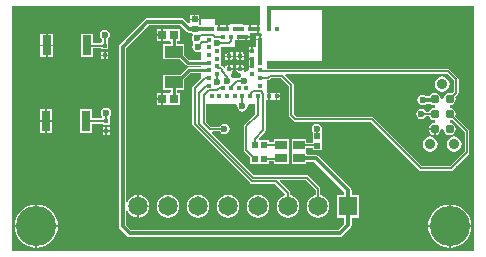
<source format=gtl>
G04*
G04 #@! TF.GenerationSoftware,Altium Limited,Altium Designer,21.6.4 (81)*
G04*
G04 Layer_Physical_Order=1*
G04 Layer_Color=255*
%FSLAX44Y44*%
%MOMM*%
G71*
G04*
G04 #@! TF.SameCoordinates,816F8A91-06EC-47E4-87ED-5788FB9A99D2*
G04*
G04*
G04 #@! TF.FilePolarity,Positive*
G04*
G01*
G75*
%ADD10C,0.2540*%
%ADD12C,0.2000*%
%ADD14R,0.3500X0.3500*%
%ADD15R,0.4200X0.4200*%
%ADD17R,0.5500X0.5200*%
%ADD18R,0.7200X0.7200*%
%ADD19R,0.3500X0.3600*%
%ADD20R,0.5200X0.5500*%
%ADD21R,0.8000X1.7000*%
%ADD22R,1.5500X1.0000*%
%ADD23R,1.0000X0.8000*%
%ADD38C,0.7900*%
%ADD39C,0.1520*%
%ADD40C,0.3600*%
%ADD41C,0.3500*%
%ADD42C,0.9000*%
%ADD43C,1.6500*%
%ADD44R,1.6500X1.6500*%
%ADD45C,3.4000*%
%ADD46C,0.6000*%
G36*
X395922Y4078D02*
X4078Y4078D01*
X4078Y211500D01*
X214200D01*
Y194920D01*
X213242D01*
Y191900D01*
Y188880D01*
X215500D01*
X216100Y187859D01*
Y186020D01*
X215112D01*
Y183000D01*
X214350D01*
Y182238D01*
X211330D01*
Y179980D01*
X211330D01*
Y179520D01*
X211330D01*
Y177349D01*
X210870Y176270D01*
X210060Y176270D01*
X208612D01*
Y173250D01*
X207850D01*
Y172488D01*
X204830D01*
Y171040D01*
X204830Y170230D01*
X204830Y168960D01*
Y167512D01*
X207850D01*
Y165988D01*
X204830D01*
Y164540D01*
X204830Y163730D01*
X204830Y162460D01*
Y161012D01*
X207850D01*
Y159488D01*
X204830D01*
Y158040D01*
X204830Y157230D01*
X203780Y156700D01*
X202400D01*
Y155352D01*
X202120Y155212D01*
X201813Y155274D01*
X200850Y155998D01*
Y157538D01*
X197480D01*
X194110D01*
Y154930D01*
X197032D01*
X198000Y153660D01*
X198000Y151016D01*
X197836Y150906D01*
X197497Y150400D01*
X191238D01*
X190000Y151649D01*
Y154200D01*
X190968Y154930D01*
X191850D01*
Y157538D01*
X188480D01*
Y158300D01*
X187718D01*
Y161670D01*
X185110D01*
Y159308D01*
X183840Y158965D01*
X183594Y159333D01*
X182204Y160724D01*
X181532Y161172D01*
X181120Y161254D01*
Y162460D01*
X181120Y163270D01*
X181120Y163270D01*
Y163730D01*
X181120D01*
X181120Y164540D01*
Y168960D01*
X181120Y169770D01*
X181120Y169770D01*
Y170230D01*
X181120D01*
X181120Y171040D01*
Y176270D01*
X182088Y177000D01*
X193000Y177000D01*
Y181197D01*
X193210Y182380D01*
X194270Y182380D01*
X195468D01*
Y185400D01*
X196992D01*
Y182380D01*
X198440D01*
X199250Y182380D01*
X200520Y182380D01*
X201968D01*
Y185400D01*
X202730D01*
Y186162D01*
X205750D01*
Y188420D01*
X206829Y188880D01*
X209000Y188880D01*
X210270Y188880D01*
X211718D01*
Y191900D01*
Y194920D01*
X210270D01*
X209460Y194920D01*
X208190Y194920D01*
X206742D01*
Y191900D01*
X205218D01*
Y194920D01*
X203059Y194920D01*
X202600Y196000D01*
X202501Y196000D01*
X202501Y196000D01*
X189400D01*
Y194920D01*
X187242D01*
Y191900D01*
X185718D01*
Y194920D01*
X184270D01*
X183460Y194920D01*
X182190Y194920D01*
X180742D01*
Y191900D01*
X179218D01*
Y194920D01*
X176960Y194920D01*
X176700Y196082D01*
Y200500D01*
X164800D01*
Y194979D01*
X163308D01*
X163020Y196130D01*
X163020Y197140D01*
Y199238D01*
X159000D01*
Y200000D01*
D01*
Y199238D01*
X154980D01*
Y197171D01*
X153710Y196644D01*
X150177Y200177D01*
X149178Y200845D01*
X148000Y201079D01*
X119000D01*
X117822Y200845D01*
X116823Y200177D01*
X95823Y179177D01*
X95155Y178178D01*
X94921Y177000D01*
Y25000D01*
X95155Y23822D01*
X95823Y22823D01*
X101823Y16823D01*
X101823Y16823D01*
X102822Y16155D01*
X104000Y15921D01*
X104000Y15921D01*
X282000D01*
X283178Y16155D01*
X284177Y16823D01*
X291077Y23723D01*
X291745Y24722D01*
X291979Y25900D01*
X291979Y25900D01*
Y32180D01*
X298420D01*
Y51220D01*
X291979D01*
Y55270D01*
X291745Y56448D01*
X291077Y57447D01*
X291077Y57447D01*
X263847Y84677D01*
X262848Y85345D01*
X261670Y85579D01*
X254668D01*
X253770Y86477D01*
X253770Y87770D01*
X253770Y89040D01*
Y91430D01*
X258980D01*
Y89130D01*
X267020D01*
Y95860D01*
X267020Y96870D01*
X267020Y98140D01*
Y104870D01*
X267020Y104870D01*
X266583Y106140D01*
X266854Y107500D01*
X266522Y109166D01*
X265578Y110578D01*
X264166Y111522D01*
X262500Y111854D01*
X260834Y111522D01*
X259422Y110578D01*
X258478Y109166D01*
X258146Y107500D01*
X258478Y105834D01*
X258580Y105681D01*
X258980Y104870D01*
Y98140D01*
X258980Y97130D01*
Y96468D01*
X258082Y95570D01*
X253770D01*
Y98770D01*
X241230D01*
Y89040D01*
X241230Y88230D01*
X241230Y86960D01*
Y77230D01*
X253770D01*
Y79421D01*
X260395D01*
X285821Y53995D01*
Y51220D01*
X279380D01*
Y32180D01*
X285821D01*
Y27175D01*
X280725Y22079D01*
X105275D01*
X101079Y26275D01*
Y37697D01*
X102349Y37950D01*
X102784Y36899D01*
X104310Y34910D01*
X106299Y33384D01*
X108615Y32425D01*
X110338Y32198D01*
Y41700D01*
Y51202D01*
X108615Y50975D01*
X106299Y50016D01*
X104310Y48490D01*
X102784Y46501D01*
X102349Y45451D01*
X101079Y45703D01*
Y175725D01*
X120275Y194921D01*
X146725D01*
X151823Y189823D01*
X151823Y189823D01*
X152822Y189155D01*
X154000Y188921D01*
X154980Y188165D01*
Y188130D01*
X156941D01*
X157457Y186860D01*
X156760Y185816D01*
X156428Y184150D01*
X156760Y182484D01*
X157704Y181071D01*
X157933Y180918D01*
X158083Y179290D01*
X157522Y178450D01*
X157190Y176784D01*
X157522Y175118D01*
X158465Y173706D01*
X159878Y172762D01*
X161544Y172430D01*
X163210Y172762D01*
X163530Y172976D01*
X164800Y172297D01*
Y166090D01*
X154423D01*
X150270Y170243D01*
Y179120D01*
X143840D01*
Y181980D01*
X146720D01*
Y191720D01*
X137790D01*
X136980Y191720D01*
X135710Y191720D01*
X132412D01*
Y186850D01*
Y181980D01*
X135710D01*
X136520Y181980D01*
X137762Y181980D01*
X138660Y181082D01*
Y179120D01*
X132230D01*
Y166580D01*
X146608D01*
X151519Y161669D01*
X152359Y161107D01*
X153350Y160910D01*
X164800D01*
Y159590D01*
X154150D01*
X153159Y159393D01*
X152319Y158831D01*
X146608Y153120D01*
X132230D01*
Y140580D01*
X138660D01*
Y138618D01*
X137762Y137720D01*
X136980D01*
X135710Y137720D01*
X132412D01*
Y132850D01*
Y127980D01*
X135710D01*
X136520Y127980D01*
X137790Y127980D01*
X146720D01*
Y137720D01*
X143840D01*
Y140580D01*
X150270D01*
Y149458D01*
X155223Y154410D01*
X164800D01*
Y150727D01*
X157536Y143463D01*
X157088Y142792D01*
X156930Y142000D01*
Y111764D01*
X157088Y110972D01*
X157536Y110301D01*
X206301Y61536D01*
X206972Y61088D01*
X207764Y60930D01*
X227143D01*
X235809Y52264D01*
X235667Y50982D01*
X235615Y50975D01*
X233299Y50016D01*
X231310Y48490D01*
X229784Y46501D01*
X228825Y44185D01*
X228498Y41700D01*
X228825Y39215D01*
X229784Y36899D01*
X231310Y34910D01*
X233299Y33384D01*
X235615Y32425D01*
X238100Y32098D01*
X240585Y32425D01*
X242901Y33384D01*
X244890Y34910D01*
X246416Y36899D01*
X247375Y39215D01*
X247702Y41700D01*
X247375Y44185D01*
X246416Y46501D01*
X244890Y48490D01*
X242901Y50016D01*
X240585Y50975D01*
X240070Y51043D01*
Y53000D01*
X239912Y53792D01*
X239464Y54464D01*
X231130Y62797D01*
X231616Y63970D01*
X253103D01*
X261430Y55643D01*
Y51030D01*
X261015Y50975D01*
X258699Y50016D01*
X256710Y48490D01*
X255184Y46501D01*
X254225Y44185D01*
X253898Y41700D01*
X254225Y39215D01*
X255184Y36899D01*
X256710Y34910D01*
X258699Y33384D01*
X261015Y32425D01*
X263500Y32098D01*
X265985Y32425D01*
X268301Y33384D01*
X270290Y34910D01*
X271816Y36899D01*
X272775Y39215D01*
X273102Y41700D01*
X272775Y44185D01*
X271816Y46501D01*
X270290Y48490D01*
X268301Y50016D01*
X265985Y50975D01*
X265570Y51030D01*
Y56500D01*
X265412Y57292D01*
X264964Y57964D01*
X255424Y67504D01*
X254752Y67952D01*
X253960Y68110D01*
X209645D01*
X173748Y104007D01*
X174234Y105180D01*
X180497D01*
X181171Y104171D01*
X182584Y103228D01*
X184250Y102896D01*
X185916Y103228D01*
X187328Y104171D01*
X188272Y105584D01*
X188604Y107250D01*
X188272Y108916D01*
X187328Y110329D01*
X185916Y111272D01*
X184250Y111604D01*
X182584Y111272D01*
X181171Y110329D01*
X180497Y109320D01*
X173007D01*
X169070Y113257D01*
Y128300D01*
X194251D01*
X195266Y127030D01*
X195126Y126328D01*
X195458Y124662D01*
X196402Y123250D01*
X197814Y122306D01*
X199480Y121974D01*
X201146Y122306D01*
X202558Y123250D01*
X203502Y124662D01*
X203834Y126328D01*
X203694Y127030D01*
X204709Y128300D01*
X210410D01*
Y119865D01*
X201483Y110938D01*
X201034Y110266D01*
X200876Y109474D01*
Y89204D01*
X201034Y88412D01*
X201483Y87740D01*
X206130Y83093D01*
Y77980D01*
X212860D01*
X213870Y77980D01*
X215140Y77980D01*
X221870D01*
Y79930D01*
X226230D01*
Y77230D01*
X238770D01*
Y86960D01*
X238770Y87770D01*
X238770Y89040D01*
Y98770D01*
X226230D01*
Y96070D01*
X221870D01*
Y98020D01*
X213741Y98020D01*
X213215Y99290D01*
X218463Y104538D01*
X218912Y105210D01*
X219070Y106002D01*
Y132080D01*
X221138D01*
Y135100D01*
Y138120D01*
X220196D01*
X220123Y138240D01*
X220100Y139500D01*
X220100D01*
Y148430D01*
X220858D01*
X221650Y148588D01*
X222321Y149036D01*
X223361Y150076D01*
X232569D01*
X238976Y143669D01*
Y118872D01*
X239134Y118080D01*
X239583Y117409D01*
X242885Y114107D01*
X243556Y113658D01*
X244348Y113500D01*
X308007D01*
X349057Y72450D01*
X349728Y72002D01*
X350520Y71844D01*
X376174D01*
X376966Y72002D01*
X377637Y72450D01*
X391100Y85913D01*
X391548Y86584D01*
X391706Y87376D01*
Y105314D01*
X391548Y106106D01*
X391100Y106778D01*
X379925Y117952D01*
X380322Y119950D01*
X379917Y121987D01*
X378763Y123713D01*
X377037Y124867D01*
X375000Y125272D01*
Y127328D01*
X377037Y127733D01*
X378763Y128887D01*
X379917Y130613D01*
X380322Y132650D01*
X379925Y134648D01*
X381955Y136678D01*
X382404Y137350D01*
X382562Y138142D01*
Y149352D01*
X382404Y150144D01*
X381955Y150815D01*
X375308Y157464D01*
X374636Y157912D01*
X373844Y158070D01*
X220100D01*
Y165000D01*
X267300D01*
Y208000D01*
X223700D01*
Y195200D01*
Y194920D01*
X222662D01*
Y191900D01*
X221138D01*
Y194920D01*
X220100D01*
Y195200D01*
Y211500D01*
X395922D01*
X395922Y4078D01*
D02*
G37*
G36*
X378422Y148495D02*
Y138999D01*
X376998Y137575D01*
X375000Y137972D01*
X372963Y137567D01*
X371237Y136413D01*
X370083Y134687D01*
X369698Y132750D01*
X367602D01*
X367217Y134687D01*
X366063Y136413D01*
X364337Y137567D01*
X362300Y137972D01*
X360263Y137567D01*
X358537Y136413D01*
X357529Y134905D01*
X355121D01*
X353710Y135848D01*
X352044Y136180D01*
X350378Y135848D01*
X348965Y134904D01*
X348022Y133492D01*
X347690Y131826D01*
X348022Y130160D01*
X348965Y128748D01*
X350378Y127804D01*
X352044Y127472D01*
X353710Y127804D01*
X355121Y128747D01*
X358746D01*
X360263Y127733D01*
X362300Y127328D01*
Y125272D01*
X360263Y124867D01*
X358537Y123713D01*
X357422Y122045D01*
X354769D01*
X354078Y123078D01*
X352666Y124022D01*
X351000Y124354D01*
X349334Y124022D01*
X347921Y123078D01*
X346978Y121666D01*
X346646Y120000D01*
X346978Y118334D01*
X347921Y116922D01*
X349334Y115978D01*
X351000Y115646D01*
X352666Y115978D01*
X354078Y116922D01*
X354736Y117905D01*
X357388D01*
X358537Y116187D01*
X360263Y115033D01*
X362300Y114628D01*
Y112572D01*
X360263Y112167D01*
X358537Y111013D01*
X357383Y109287D01*
X357129Y108012D01*
X362300D01*
Y107250D01*
X363062D01*
Y102079D01*
X364337Y102333D01*
X366063Y103487D01*
X367217Y105213D01*
X367622Y107250D01*
X369678D01*
X370083Y105213D01*
X371237Y103487D01*
X372963Y102333D01*
X375000Y101928D01*
X377037Y102333D01*
X378763Y103487D01*
X379917Y105213D01*
X380322Y107250D01*
X379917Y109287D01*
X378763Y111013D01*
X377037Y112167D01*
X375000Y112572D01*
Y114628D01*
X376998Y115025D01*
X387566Y104457D01*
Y88233D01*
X375317Y75984D01*
X351377D01*
X310327Y117034D01*
X309656Y117482D01*
X308864Y117640D01*
X245205D01*
X243116Y119729D01*
Y144526D01*
X242958Y145318D01*
X242509Y145990D01*
X235839Y152660D01*
X236365Y153930D01*
X372987D01*
X378422Y148495D01*
D02*
G37*
%LPC*%
G36*
X163020Y203870D02*
X159762D01*
Y200762D01*
X163020D01*
Y203870D01*
D02*
G37*
G36*
X158238D02*
X154980D01*
Y200762D01*
X158238D01*
Y203870D01*
D02*
G37*
G36*
X130888Y191720D02*
X126780D01*
Y187612D01*
X130888D01*
Y191720D01*
D02*
G37*
G36*
X213588Y186020D02*
X211330D01*
Y183762D01*
X213588D01*
Y186020D01*
D02*
G37*
G36*
X205750Y184638D02*
X203492D01*
Y182380D01*
X205750D01*
Y184638D01*
D02*
G37*
G36*
X130888Y186088D02*
X126780D01*
Y181980D01*
X130888D01*
Y186088D01*
D02*
G37*
G36*
X83000Y191354D02*
X81334Y191022D01*
X79921Y190079D01*
X78978Y188666D01*
X78646Y187000D01*
X78978Y185334D01*
X79921Y183922D01*
X80686Y183411D01*
Y181020D01*
X79980D01*
Y180264D01*
X73020D01*
Y187770D01*
X62480D01*
Y168230D01*
X73020D01*
Y175636D01*
X79980D01*
Y174880D01*
X86020D01*
Y181020D01*
X85314D01*
Y183411D01*
X86079Y183922D01*
X87022Y185334D01*
X87354Y187000D01*
X87022Y188666D01*
X86079Y190079D01*
X84666Y191022D01*
X83000Y191354D01*
D02*
G37*
G36*
X39020Y187770D02*
X34512D01*
Y178762D01*
X39020D01*
Y187770D01*
D02*
G37*
G36*
X32988D02*
X28480D01*
Y178762D01*
X32988D01*
Y187770D01*
D02*
G37*
G36*
X207088Y176270D02*
X204830D01*
Y174012D01*
X207088D01*
Y176270D01*
D02*
G37*
G36*
X86020Y172620D02*
X83762D01*
Y170312D01*
X86020D01*
Y172620D01*
D02*
G37*
G36*
X82238D02*
X79980D01*
Y170312D01*
X82238D01*
Y172620D01*
D02*
G37*
G36*
X200850Y172070D02*
X198242D01*
Y169462D01*
X200850D01*
Y172070D01*
D02*
G37*
G36*
X196718D02*
X194110D01*
Y169462D01*
X196718D01*
Y172070D01*
D02*
G37*
G36*
X191850D02*
X189242D01*
Y169462D01*
X191850D01*
Y172070D01*
D02*
G37*
G36*
X187718D02*
X185110D01*
Y169462D01*
X187718D01*
Y172070D01*
D02*
G37*
G36*
X39020Y177238D02*
X34512D01*
Y168230D01*
X39020D01*
Y177238D01*
D02*
G37*
G36*
X32988D02*
X28480D01*
Y168230D01*
X32988D01*
Y177238D01*
D02*
G37*
G36*
X86020Y168788D02*
X83762D01*
Y166480D01*
X86020D01*
Y168788D01*
D02*
G37*
G36*
X82238D02*
X79980D01*
Y166480D01*
X82238D01*
Y168788D01*
D02*
G37*
G36*
X200850Y167938D02*
X198242D01*
Y165330D01*
X200850D01*
Y167938D01*
D02*
G37*
G36*
X196718D02*
X194110D01*
Y165330D01*
X196718D01*
Y167938D01*
D02*
G37*
G36*
X191850Y167938D02*
X189242D01*
Y165330D01*
X191850D01*
Y167938D01*
D02*
G37*
G36*
X187718D02*
X185110D01*
Y165330D01*
X187718D01*
Y167938D01*
D02*
G37*
G36*
X200850Y161670D02*
X198242D01*
Y159062D01*
X200850D01*
Y161670D01*
D02*
G37*
G36*
X196718D02*
X194110D01*
Y159062D01*
X196718D01*
Y161670D01*
D02*
G37*
G36*
X191850D02*
X189242D01*
Y159062D01*
X191850D01*
Y161670D01*
D02*
G37*
G36*
X229162Y138120D02*
Y135862D01*
X231420D01*
Y138120D01*
X229162D01*
D02*
G37*
G36*
X130888Y137720D02*
X126780D01*
Y133612D01*
X130888D01*
Y137720D01*
D02*
G37*
G36*
X231420Y134338D02*
X229162D01*
Y132080D01*
X231420D01*
Y134338D01*
D02*
G37*
G36*
X225380Y138120D02*
X224110Y138120D01*
X222662D01*
Y135100D01*
Y132080D01*
X224110D01*
X224920Y132080D01*
X226190Y132080D01*
X227638D01*
Y135100D01*
Y138120D01*
X226190D01*
X225380Y138120D01*
D02*
G37*
G36*
X130888Y132088D02*
X126780D01*
Y127980D01*
X130888D01*
Y132088D01*
D02*
G37*
G36*
X84000Y125354D02*
X82334Y125022D01*
X80921Y124079D01*
X79978Y122666D01*
X79646Y121000D01*
X79978Y119334D01*
X80795Y118110D01*
X81025Y117535D01*
X80370Y116341D01*
X80273Y116264D01*
X72520D01*
Y123770D01*
X61980D01*
Y104230D01*
X72520D01*
Y111636D01*
X81230D01*
Y110880D01*
X87270D01*
Y117020D01*
X87270Y117020D01*
X87313Y118272D01*
X88022Y119334D01*
X88354Y121000D01*
X88022Y122666D01*
X87079Y124079D01*
X85666Y125022D01*
X84000Y125354D01*
D02*
G37*
G36*
X38520Y123770D02*
X34012D01*
Y114762D01*
X38520D01*
Y123770D01*
D02*
G37*
G36*
X32488D02*
X27980D01*
Y114762D01*
X32488D01*
Y123770D01*
D02*
G37*
G36*
X87270Y108620D02*
X85012D01*
Y106312D01*
X87270D01*
Y108620D01*
D02*
G37*
G36*
X83488D02*
X81230D01*
Y106312D01*
X83488D01*
Y108620D01*
D02*
G37*
G36*
X38520Y113238D02*
X34012D01*
Y104230D01*
X38520D01*
Y113238D01*
D02*
G37*
G36*
X32488D02*
X27980D01*
Y104230D01*
X32488D01*
Y113238D01*
D02*
G37*
G36*
X87270Y104788D02*
X85012D01*
Y102480D01*
X87270D01*
Y104788D01*
D02*
G37*
G36*
X83488D02*
X81230D01*
Y102480D01*
X83488D01*
Y104788D01*
D02*
G37*
G36*
X111862Y51202D02*
Y42462D01*
X120602D01*
X120375Y44185D01*
X119416Y46501D01*
X117890Y48490D01*
X115901Y50016D01*
X113585Y50975D01*
X111862Y51202D01*
D02*
G37*
G36*
X120602Y40938D02*
X111862D01*
Y32198D01*
X113585Y32425D01*
X115901Y33384D01*
X117890Y34910D01*
X119416Y36899D01*
X120375Y39215D01*
X120602Y40938D01*
D02*
G37*
G36*
X212700Y51302D02*
X210215Y50975D01*
X207899Y50016D01*
X205910Y48490D01*
X204384Y46501D01*
X203425Y44185D01*
X203098Y41700D01*
X203425Y39215D01*
X204384Y36899D01*
X205910Y34910D01*
X207899Y33384D01*
X210215Y32425D01*
X212700Y32098D01*
X215185Y32425D01*
X217501Y33384D01*
X219490Y34910D01*
X221016Y36899D01*
X221975Y39215D01*
X222302Y41700D01*
X221975Y44185D01*
X221016Y46501D01*
X219490Y48490D01*
X217501Y50016D01*
X215185Y50975D01*
X212700Y51302D01*
D02*
G37*
G36*
X187300D02*
X184815Y50975D01*
X182499Y50016D01*
X180510Y48490D01*
X178984Y46501D01*
X178025Y44185D01*
X177698Y41700D01*
X178025Y39215D01*
X178984Y36899D01*
X180510Y34910D01*
X182499Y33384D01*
X184815Y32425D01*
X187300Y32098D01*
X189785Y32425D01*
X192101Y33384D01*
X194090Y34910D01*
X195616Y36899D01*
X196575Y39215D01*
X196902Y41700D01*
X196575Y44185D01*
X195616Y46501D01*
X194090Y48490D01*
X192101Y50016D01*
X189785Y50975D01*
X187300Y51302D01*
D02*
G37*
G36*
X161900D02*
X159415Y50975D01*
X157099Y50016D01*
X155110Y48490D01*
X153584Y46501D01*
X152625Y44185D01*
X152298Y41700D01*
X152625Y39215D01*
X153584Y36899D01*
X155110Y34910D01*
X157099Y33384D01*
X159415Y32425D01*
X161900Y32098D01*
X164385Y32425D01*
X166701Y33384D01*
X168690Y34910D01*
X170216Y36899D01*
X171175Y39215D01*
X171502Y41700D01*
X171175Y44185D01*
X170216Y46501D01*
X168690Y48490D01*
X166701Y50016D01*
X164385Y50975D01*
X161900Y51302D01*
D02*
G37*
G36*
X136500D02*
X134015Y50975D01*
X131699Y50016D01*
X129710Y48490D01*
X128184Y46501D01*
X127225Y44185D01*
X126898Y41700D01*
X127225Y39215D01*
X128184Y36899D01*
X129710Y34910D01*
X131699Y33384D01*
X134015Y32425D01*
X136500Y32098D01*
X138985Y32425D01*
X141301Y33384D01*
X143290Y34910D01*
X144816Y36899D01*
X145775Y39215D01*
X146102Y41700D01*
X145775Y44185D01*
X144816Y46501D01*
X143290Y48490D01*
X141301Y50016D01*
X138985Y50975D01*
X136500Y51302D01*
D02*
G37*
G36*
X375762Y43283D02*
Y25762D01*
X393283D01*
X393006Y28582D01*
X391961Y32025D01*
X390264Y35199D01*
X387981Y37981D01*
X385199Y40264D01*
X382025Y41961D01*
X378582Y43006D01*
X375762Y43283D01*
D02*
G37*
G36*
X374238D02*
X371418Y43006D01*
X367975Y41961D01*
X364801Y40264D01*
X362019Y37981D01*
X359736Y35199D01*
X358039Y32025D01*
X356994Y28582D01*
X356717Y25762D01*
X374238D01*
Y43283D01*
D02*
G37*
G36*
X25762D02*
Y25762D01*
X43283D01*
X43006Y28582D01*
X41961Y32025D01*
X40264Y35199D01*
X37981Y37981D01*
X35199Y40264D01*
X32025Y41961D01*
X28582Y43006D01*
X25762Y43283D01*
D02*
G37*
G36*
X24238D02*
X21418Y43006D01*
X17975Y41961D01*
X14801Y40264D01*
X12019Y37981D01*
X9736Y35199D01*
X8039Y32025D01*
X6994Y28582D01*
X6717Y25762D01*
X24238D01*
Y43283D01*
D02*
G37*
G36*
X393283Y24238D02*
X375762D01*
Y6717D01*
X378582Y6994D01*
X382025Y8039D01*
X385199Y9736D01*
X387981Y12019D01*
X390264Y14801D01*
X391961Y17975D01*
X393006Y21418D01*
X393283Y24238D01*
D02*
G37*
G36*
X374238D02*
X356717D01*
X356994Y21418D01*
X358039Y17975D01*
X359736Y14801D01*
X362019Y12019D01*
X364801Y9736D01*
X367975Y8039D01*
X371418Y6994D01*
X374238Y6717D01*
Y24238D01*
D02*
G37*
G36*
X43283D02*
X25762D01*
Y6717D01*
X28582Y6994D01*
X32025Y8039D01*
X35199Y9736D01*
X37981Y12019D01*
X40264Y14801D01*
X41961Y17975D01*
X43006Y21418D01*
X43283Y24238D01*
D02*
G37*
G36*
X24238D02*
X6717D01*
X6994Y21418D01*
X8039Y17975D01*
X9736Y14801D01*
X12019Y12019D01*
X14801Y9736D01*
X17975Y8039D01*
X21418Y6994D01*
X24238Y6717D01*
Y24238D01*
D02*
G37*
G36*
X368650Y151717D02*
X366213Y151233D01*
X364148Y149852D01*
X362767Y147787D01*
X362283Y145350D01*
X362767Y142913D01*
X364148Y140848D01*
X366213Y139467D01*
X368650Y138983D01*
X371087Y139467D01*
X373152Y140848D01*
X374533Y142913D01*
X375017Y145350D01*
X374533Y147787D01*
X373152Y149852D01*
X371087Y151233D01*
X368650Y151717D01*
D02*
G37*
G36*
X361538Y106488D02*
X357129D01*
X357383Y105213D01*
X358537Y103487D01*
X360263Y102333D01*
X361538Y102079D01*
Y106488D01*
D02*
G37*
G36*
X378810Y100917D02*
X376373Y100433D01*
X374308Y99052D01*
X372927Y96987D01*
X372443Y94550D01*
X372927Y92113D01*
X374308Y90048D01*
X376373Y88667D01*
X378810Y88183D01*
X381247Y88667D01*
X383312Y90048D01*
X384693Y92113D01*
X385177Y94550D01*
X384693Y96987D01*
X383312Y99052D01*
X381247Y100433D01*
X378810Y100917D01*
D02*
G37*
G36*
X358490D02*
X356053Y100433D01*
X353988Y99052D01*
X352607Y96987D01*
X352123Y94550D01*
X352607Y92113D01*
X353988Y90048D01*
X356053Y88667D01*
X358490Y88183D01*
X360927Y88667D01*
X362992Y90048D01*
X364373Y92113D01*
X364857Y94550D01*
X364373Y96987D01*
X362992Y99052D01*
X360927Y100433D01*
X358490Y100917D01*
D02*
G37*
%LPD*%
D10*
X154150Y157000D02*
X171600D01*
X141250Y146850D02*
X144000D01*
X154150Y157000D01*
X153350Y163500D02*
X171600D01*
X141250Y172850D02*
X144000D01*
X153350Y163500D01*
X263000Y93000D02*
X263125Y92875D01*
X218000Y94000D02*
X218000Y94000D01*
X141250Y132850D02*
Y146850D01*
Y172850D02*
Y186850D01*
D12*
X83000Y177950D02*
Y187000D01*
X83000Y187000D01*
X83000Y177950D02*
X83000Y177950D01*
X84000Y114200D02*
X84250Y113950D01*
X84000Y114200D02*
Y121000D01*
X67250Y114000D02*
X67300Y113950D01*
X84250D01*
X67800Y177950D02*
X82950D01*
D14*
X228400Y191900D02*
D03*
X221900D02*
D03*
X212480D02*
D03*
X205980D02*
D03*
X199480D02*
D03*
X192980D02*
D03*
X186480D02*
D03*
X179980D02*
D03*
X173480D02*
D03*
X202730Y185400D02*
D03*
X196230D02*
D03*
X189730D02*
D03*
X183230D02*
D03*
X171600Y183000D02*
D03*
Y176500D02*
D03*
Y163500D02*
D03*
Y157000D02*
D03*
Y144000D02*
D03*
X178100Y173250D02*
D03*
Y160250D02*
D03*
Y153750D02*
D03*
X173480Y135100D02*
D03*
X179980D02*
D03*
X186480D02*
D03*
X192980D02*
D03*
X199480D02*
D03*
X205980D02*
D03*
X212480D02*
D03*
X221900D02*
D03*
X228400D02*
D03*
X183230Y141600D02*
D03*
X189730D02*
D03*
X196230D02*
D03*
X202730D02*
D03*
X214350Y144000D02*
D03*
Y150500D02*
D03*
Y157000D02*
D03*
Y163500D02*
D03*
Y170000D02*
D03*
Y176500D02*
D03*
Y183000D02*
D03*
X207850Y160250D02*
D03*
Y173250D02*
D03*
X171600Y170000D02*
D03*
Y150500D02*
D03*
X178100Y166750D02*
D03*
X207850Y153750D02*
D03*
Y166750D02*
D03*
D15*
X197480Y168700D02*
D03*
X188480D02*
D03*
Y158300D02*
D03*
X197480D02*
D03*
D17*
X159000Y200000D02*
D03*
Y192000D02*
D03*
X263000Y93000D02*
D03*
Y101000D02*
D03*
D18*
X131650Y132850D02*
D03*
X141850D02*
D03*
Y186850D02*
D03*
X131650D02*
D03*
D19*
X83000Y177950D02*
D03*
Y169550D02*
D03*
X84250Y105550D02*
D03*
Y113950D02*
D03*
D20*
X210000Y82000D02*
D03*
X218000D02*
D03*
Y94000D02*
D03*
X210000D02*
D03*
D21*
X33750Y178000D02*
D03*
X67750D02*
D03*
X67250Y114000D02*
D03*
X33250D02*
D03*
D22*
X141250Y172850D02*
D03*
Y146850D02*
D03*
D23*
X247500Y82500D02*
D03*
X232500D02*
D03*
Y93500D02*
D03*
X247500D02*
D03*
D38*
X375000Y107250D02*
D03*
X362300D02*
D03*
X375000Y119950D02*
D03*
X362300D02*
D03*
X375000Y132650D02*
D03*
X362300D02*
D03*
D39*
X167000Y112400D02*
X172150Y107250D01*
X184250D01*
X202946Y89204D02*
Y109474D01*
Y89204D02*
X210000Y82150D01*
X202946Y109474D02*
X212480Y119008D01*
X207764Y63000D02*
X228000D01*
X159000Y111764D02*
X207764Y63000D01*
X163000Y111828D02*
X208788Y66040D01*
X163000Y111828D02*
Y138000D01*
X208788Y66040D02*
X253960D01*
X159000Y111764D02*
Y142000D01*
X167000Y112400D02*
Y136000D01*
X199480Y126328D02*
Y135100D01*
X373844Y156000D02*
X380492Y149352D01*
X214350Y157000D02*
X215340Y156010D01*
X216220D01*
X216230Y156000D01*
X373844D01*
X375000Y132650D02*
X380492Y138142D01*
Y149352D01*
X222504Y152146D02*
X233426D01*
X220858Y150500D02*
X222504Y152146D01*
X233426D02*
X241046Y144526D01*
X214350Y150500D02*
X220858D01*
X375000Y119950D02*
X389636Y105314D01*
Y87376D02*
Y105314D01*
X376174Y73914D02*
X389636Y87376D01*
X350520Y73914D02*
X376174D01*
X244348Y115570D02*
X308864D01*
X350520Y73914D01*
X241046Y118872D02*
X244348Y115570D01*
X241046Y118872D02*
Y144526D01*
X190720Y143720D02*
X194828Y147828D01*
X200914D01*
X178100Y153750D02*
X178204Y153646D01*
Y147170D02*
Y153646D01*
Y147170D02*
X178308Y147066D01*
X186400Y147993D02*
Y151674D01*
X182130Y155944D02*
Y157870D01*
X186400Y147993D02*
X186773Y147620D01*
X182130Y155944D02*
X186400Y151674D01*
X180740Y159260D02*
X182130Y157870D01*
X161820Y184150D02*
X164700Y187030D01*
X160782Y184150D02*
X161820D01*
X165290Y180530D02*
X169530D01*
X161544Y176784D02*
X165290Y180530D01*
X212480Y119008D02*
Y135100D01*
X217000Y106002D02*
Y137304D01*
X210000Y94000D02*
Y99002D01*
X217000Y106002D01*
X263000Y101000D02*
Y108094D01*
X262890Y108204D02*
X263000Y108094D01*
X208280Y139446D02*
X214858D01*
X205980Y135100D02*
X206799Y135919D01*
Y137965D01*
X208280Y139446D01*
X214858D02*
X217000Y137304D01*
X247500Y93500D02*
X262500D01*
X263000Y93000D01*
X218000Y94000D02*
X232000D01*
X232500Y93500D01*
X218000Y82000D02*
X232000D01*
X232500Y82500D01*
X210000Y82000D02*
Y82150D01*
X164700Y187030D02*
X174970D01*
X176600Y185400D02*
X183230D01*
X174970Y187030D02*
X176600Y185400D01*
X189730Y181730D02*
Y185400D01*
X178000Y180000D02*
X188000D01*
X189730Y181730D01*
X351000Y120000D02*
X351025Y119975D01*
X362275D01*
X189730Y141600D02*
X190720Y142590D01*
Y143720D01*
X238000Y41800D02*
Y53000D01*
X253960Y66040D02*
X263500Y56500D01*
X238000Y41800D02*
X238100Y41700D01*
X228000Y63000D02*
X238000Y53000D01*
X263500Y41700D02*
Y56500D01*
X179090Y159260D02*
X180740D01*
X178100Y160250D02*
X179090Y159260D01*
X362275Y119975D02*
X362300Y119950D01*
X163000Y138000D02*
X169000Y144000D01*
X167500Y150500D02*
X171600D01*
X159000Y142000D02*
X167500Y150500D01*
X167000Y136000D02*
X170970Y139970D01*
X169000Y144000D02*
X171600D01*
X174515Y140000D02*
X178000D01*
X174485Y139970D02*
X174515Y140000D01*
X170970Y139970D02*
X174485D01*
X179600Y141600D02*
X183230D01*
X178000Y140000D02*
X179600Y141600D01*
X82950Y177950D02*
X83000Y178000D01*
X170610Y182010D02*
X171600Y183000D01*
X170610Y181610D02*
Y182010D01*
X169530Y180530D02*
X170610Y181610D01*
X67750Y178000D02*
X67800Y177950D01*
X83000D02*
Y178000D01*
D40*
X207850Y160250D02*
Y166750D01*
X196230Y185400D02*
X202730D01*
X205980Y191900D02*
X212480D01*
X179980D02*
X186480D01*
X214350Y163500D02*
Y170000D01*
Y176500D01*
Y183000D01*
X221900Y196000D02*
X221900Y196000D01*
Y191900D02*
Y196000D01*
D41*
X352044Y131826D02*
X361476D01*
X362300Y132650D01*
X261670Y82500D02*
X288900Y55270D01*
X247500Y82500D02*
X261670D01*
X288900Y41700D02*
Y55270D01*
X98000Y25000D02*
Y177000D01*
X119000Y198000D02*
X148000D01*
X98000Y177000D02*
X119000Y198000D01*
X104000Y19000D02*
X282000D01*
X288900Y25900D01*
X98000Y25000D02*
X104000Y19000D01*
X288900Y25900D02*
Y41700D01*
X154000Y192000D02*
X159000D01*
X148000Y198000D02*
X154000Y192000D01*
X159100Y191900D02*
X173480D01*
X159000Y192000D02*
X159100Y191900D01*
X192980D02*
X199480D01*
D42*
X358490Y94550D02*
D03*
X378810D02*
D03*
X368650Y145350D02*
D03*
D43*
X161900Y41700D02*
D03*
X187300D02*
D03*
X212700D02*
D03*
X263500D02*
D03*
X238100D02*
D03*
X136500D02*
D03*
X111100D02*
D03*
D44*
X288900D02*
D03*
D45*
X375000Y25000D02*
D03*
X25000D02*
D03*
D46*
X184250Y107250D02*
D03*
X199480Y126328D02*
D03*
X211000Y208000D02*
D03*
X383000D02*
D03*
Y193000D02*
D03*
Y178000D02*
D03*
Y163000D02*
D03*
Y103000D02*
D03*
Y73000D02*
D03*
Y58000D02*
D03*
X368000Y208000D02*
D03*
Y193000D02*
D03*
Y178000D02*
D03*
Y163000D02*
D03*
Y88000D02*
D03*
Y58000D02*
D03*
X353000Y208000D02*
D03*
Y193000D02*
D03*
Y178000D02*
D03*
Y163000D02*
D03*
Y148000D02*
D03*
Y58000D02*
D03*
Y43000D02*
D03*
Y28000D02*
D03*
X338000Y208000D02*
D03*
Y193000D02*
D03*
Y178000D02*
D03*
Y163000D02*
D03*
Y148000D02*
D03*
Y133000D02*
D03*
Y103000D02*
D03*
Y73000D02*
D03*
Y58000D02*
D03*
Y43000D02*
D03*
Y28000D02*
D03*
X323000Y208000D02*
D03*
Y193000D02*
D03*
Y178000D02*
D03*
Y163000D02*
D03*
Y148000D02*
D03*
Y133000D02*
D03*
Y88000D02*
D03*
Y58000D02*
D03*
Y43000D02*
D03*
Y28000D02*
D03*
X308000Y208000D02*
D03*
Y193000D02*
D03*
Y178000D02*
D03*
Y163000D02*
D03*
Y148000D02*
D03*
Y133000D02*
D03*
Y103000D02*
D03*
Y88000D02*
D03*
Y73000D02*
D03*
Y43000D02*
D03*
Y28000D02*
D03*
X293000Y208000D02*
D03*
Y193000D02*
D03*
Y178000D02*
D03*
Y163000D02*
D03*
Y148000D02*
D03*
Y133000D02*
D03*
Y103000D02*
D03*
Y88000D02*
D03*
Y73000D02*
D03*
X278000Y178000D02*
D03*
Y163000D02*
D03*
Y148000D02*
D03*
Y133000D02*
D03*
Y103000D02*
D03*
Y88000D02*
D03*
Y28000D02*
D03*
X263000Y148000D02*
D03*
Y133000D02*
D03*
Y28000D02*
D03*
X248000Y148000D02*
D03*
Y133000D02*
D03*
Y103000D02*
D03*
Y73000D02*
D03*
Y58000D02*
D03*
Y28000D02*
D03*
X233000Y103000D02*
D03*
Y73000D02*
D03*
Y28000D02*
D03*
X218000D02*
D03*
X203000Y208000D02*
D03*
Y58000D02*
D03*
Y28000D02*
D03*
X188000Y208000D02*
D03*
Y28000D02*
D03*
X173000Y208000D02*
D03*
Y88000D02*
D03*
Y73000D02*
D03*
Y58000D02*
D03*
Y28000D02*
D03*
X158000Y208000D02*
D03*
Y28000D02*
D03*
X143000Y208000D02*
D03*
Y163000D02*
D03*
Y118000D02*
D03*
Y103000D02*
D03*
Y73000D02*
D03*
Y58000D02*
D03*
Y28000D02*
D03*
X128000Y208000D02*
D03*
Y163000D02*
D03*
Y148000D02*
D03*
Y118000D02*
D03*
Y103000D02*
D03*
Y88000D02*
D03*
Y73000D02*
D03*
Y58000D02*
D03*
Y28000D02*
D03*
X113000Y208000D02*
D03*
Y163000D02*
D03*
Y148000D02*
D03*
Y133000D02*
D03*
Y118000D02*
D03*
Y103000D02*
D03*
Y88000D02*
D03*
Y73000D02*
D03*
Y58000D02*
D03*
Y28000D02*
D03*
X98000Y208000D02*
D03*
Y193000D02*
D03*
X83000Y208000D02*
D03*
Y163000D02*
D03*
Y148000D02*
D03*
Y133000D02*
D03*
Y88000D02*
D03*
Y73000D02*
D03*
Y58000D02*
D03*
Y43000D02*
D03*
Y28000D02*
D03*
X68000Y208000D02*
D03*
Y193000D02*
D03*
Y163000D02*
D03*
Y148000D02*
D03*
Y133000D02*
D03*
Y88000D02*
D03*
Y73000D02*
D03*
Y58000D02*
D03*
Y43000D02*
D03*
Y28000D02*
D03*
X53000Y208000D02*
D03*
Y193000D02*
D03*
Y178000D02*
D03*
Y163000D02*
D03*
Y148000D02*
D03*
Y133000D02*
D03*
Y118000D02*
D03*
Y103000D02*
D03*
Y88000D02*
D03*
Y73000D02*
D03*
Y58000D02*
D03*
Y43000D02*
D03*
Y28000D02*
D03*
X38000Y208000D02*
D03*
Y193000D02*
D03*
Y163000D02*
D03*
Y148000D02*
D03*
Y133000D02*
D03*
Y88000D02*
D03*
Y73000D02*
D03*
Y58000D02*
D03*
Y43000D02*
D03*
X23000Y208000D02*
D03*
Y193000D02*
D03*
Y178000D02*
D03*
Y163000D02*
D03*
Y148000D02*
D03*
Y133000D02*
D03*
Y118000D02*
D03*
Y103000D02*
D03*
Y88000D02*
D03*
Y73000D02*
D03*
Y58000D02*
D03*
X8000Y208000D02*
D03*
Y193000D02*
D03*
Y178000D02*
D03*
Y163000D02*
D03*
Y148000D02*
D03*
Y133000D02*
D03*
Y118000D02*
D03*
Y103000D02*
D03*
Y88000D02*
D03*
Y73000D02*
D03*
Y58000D02*
D03*
Y43000D02*
D03*
X223000Y162000D02*
D03*
X230000D02*
D03*
X237000D02*
D03*
X244000D02*
D03*
X251000D02*
D03*
X258000D02*
D03*
X265000D02*
D03*
X271000Y166000D02*
D03*
Y173000D02*
D03*
Y180000D02*
D03*
Y187000D02*
D03*
Y194000D02*
D03*
Y201000D02*
D03*
Y208000D02*
D03*
X262500Y107500D02*
D03*
X227500Y145000D02*
D03*
X392500Y117500D02*
D03*
Y132500D02*
D03*
Y147500D02*
D03*
Y162500D02*
D03*
Y177500D02*
D03*
Y192500D02*
D03*
Y207500D02*
D03*
Y72500D02*
D03*
Y57500D02*
D03*
X352500Y7500D02*
D03*
X337500D02*
D03*
X322500D02*
D03*
X307500D02*
D03*
X292500D02*
D03*
X277500D02*
D03*
X262500D02*
D03*
X247500D02*
D03*
X232500D02*
D03*
X217500D02*
D03*
X202500D02*
D03*
X187500D02*
D03*
X97500D02*
D03*
X172500D02*
D03*
X157500D02*
D03*
X142500D02*
D03*
X127500D02*
D03*
X112500D02*
D03*
X82500D02*
D03*
X67500D02*
D03*
X52500D02*
D03*
X352044Y131826D02*
D03*
X200914Y147828D02*
D03*
X178308Y147066D02*
D03*
X193040Y153416D02*
D03*
X186773Y147620D02*
D03*
X83000Y187000D02*
D03*
X160782Y184150D02*
D03*
X161544Y176784D02*
D03*
X178000Y180000D02*
D03*
X351000Y120000D02*
D03*
X184900Y163500D02*
D03*
X195700Y175000D02*
D03*
X201200Y179900D02*
D03*
X202250Y173500D02*
D03*
X184600Y173100D02*
D03*
X84000Y121000D02*
D03*
X186500Y197750D02*
D03*
X209500D02*
D03*
X208250Y179250D02*
D03*
X194000Y199000D02*
D03*
X202500Y163500D02*
D03*
X179500Y197750D02*
D03*
X202500Y198250D02*
D03*
X208500Y185750D02*
D03*
X193000Y163700D02*
D03*
M02*

</source>
